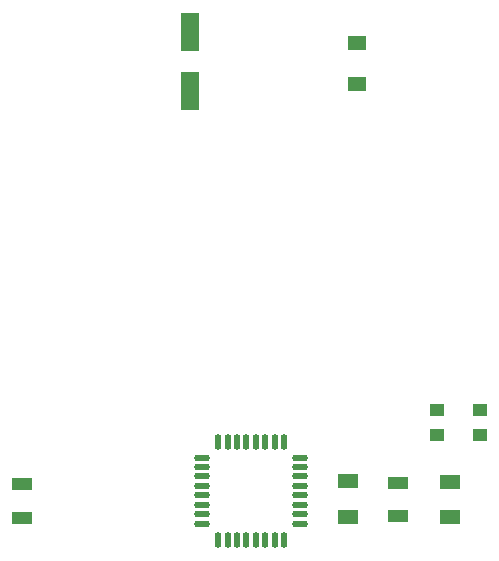
<source format=gbp>
G04*
G04 #@! TF.GenerationSoftware,Altium Limited,Altium Designer,24.1.2 (44)*
G04*
G04 Layer_Color=128*
%FSLAX25Y25*%
%MOIN*%
G70*
G04*
G04 #@! TF.SameCoordinates,9647829F-9D65-4518-952E-74710912C15A*
G04*
G04*
G04 #@! TF.FilePolarity,Positive*
G04*
G01*
G75*
%ADD18R,0.06693X0.04331*%
%ADD25R,0.07087X0.04528*%
%ADD68R,0.06299X0.12598*%
%ADD69R,0.07008X0.04213*%
%ADD70R,0.05118X0.04331*%
%ADD71R,0.05906X0.04921*%
%ADD72O,0.05315X0.02165*%
%ADD73O,0.02165X0.05315*%
D18*
X41800Y59109D02*
D03*
Y47691D02*
D03*
D25*
X150500Y48194D02*
D03*
Y60006D02*
D03*
X184400Y59805D02*
D03*
Y47994D02*
D03*
D68*
X97800Y190157D02*
D03*
Y209843D02*
D03*
D69*
X167100Y59300D02*
D03*
Y48591D02*
D03*
D70*
X180100Y83834D02*
D03*
Y75566D02*
D03*
X194500Y75600D02*
D03*
Y83868D02*
D03*
D71*
X153600Y206091D02*
D03*
Y192509D02*
D03*
D72*
X101861Y45876D02*
D03*
Y49026D02*
D03*
Y52176D02*
D03*
Y55325D02*
D03*
Y58475D02*
D03*
Y61624D02*
D03*
Y64774D02*
D03*
Y67924D02*
D03*
X134539D02*
D03*
Y64774D02*
D03*
Y61624D02*
D03*
Y58475D02*
D03*
Y55325D02*
D03*
Y52176D02*
D03*
Y49026D02*
D03*
Y45876D02*
D03*
D73*
X107176Y73239D02*
D03*
X110326D02*
D03*
X113476D02*
D03*
X116625D02*
D03*
X119775D02*
D03*
X122924D02*
D03*
X126074D02*
D03*
X129224D02*
D03*
Y40561D02*
D03*
X126074D02*
D03*
X122924D02*
D03*
X119775D02*
D03*
X116625D02*
D03*
X113476D02*
D03*
X110326D02*
D03*
X107176D02*
D03*
M02*

</source>
